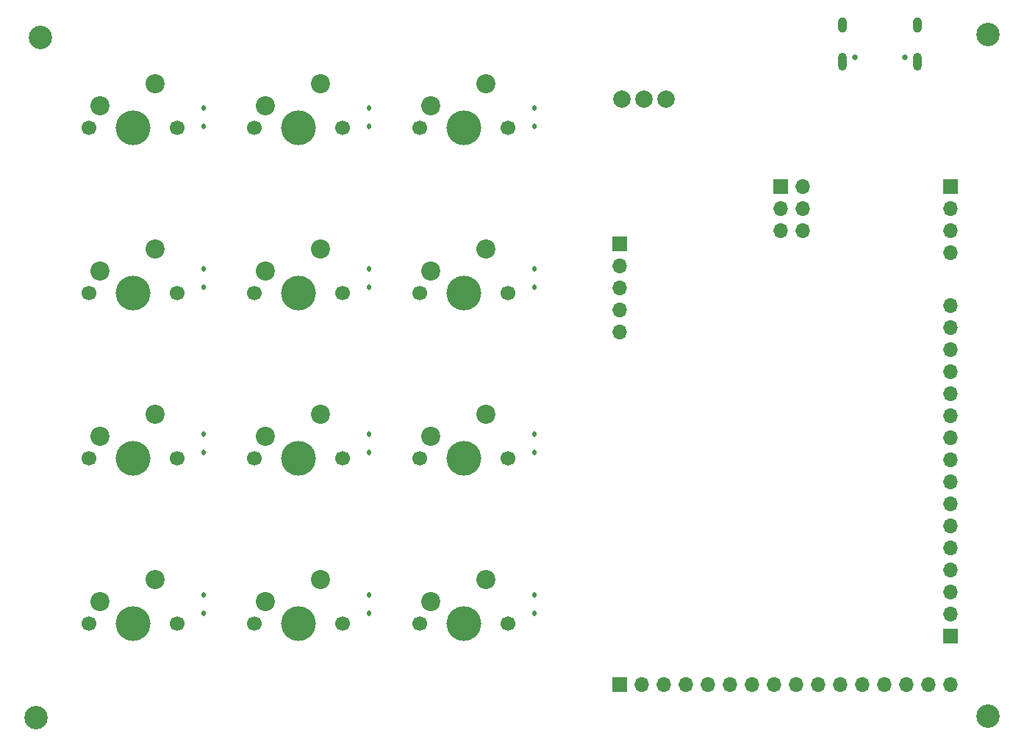
<source format=gbr>
%TF.GenerationSoftware,KiCad,Pcbnew,7.0.6-7.0.6~ubuntu20.04.1*%
%TF.CreationDate,2023-09-11T17:25:35+08:00*%
%TF.ProjectId,pro72,70726f37-322e-46b6-9963-61645f706362,rev?*%
%TF.SameCoordinates,Original*%
%TF.FileFunction,Soldermask,Bot*%
%TF.FilePolarity,Negative*%
%FSLAX46Y46*%
G04 Gerber Fmt 4.6, Leading zero omitted, Abs format (unit mm)*
G04 Created by KiCad (PCBNEW 7.0.6-7.0.6~ubuntu20.04.1) date 2023-09-11 17:25:35*
%MOMM*%
%LPD*%
G01*
G04 APERTURE LIST*
G04 Aperture macros list*
%AMRoundRect*
0 Rectangle with rounded corners*
0 $1 Rounding radius*
0 $2 $3 $4 $5 $6 $7 $8 $9 X,Y pos of 4 corners*
0 Add a 4 corners polygon primitive as box body*
4,1,4,$2,$3,$4,$5,$6,$7,$8,$9,$2,$3,0*
0 Add four circle primitives for the rounded corners*
1,1,$1+$1,$2,$3*
1,1,$1+$1,$4,$5*
1,1,$1+$1,$6,$7*
1,1,$1+$1,$8,$9*
0 Add four rect primitives between the rounded corners*
20,1,$1+$1,$2,$3,$4,$5,0*
20,1,$1+$1,$4,$5,$6,$7,0*
20,1,$1+$1,$6,$7,$8,$9,0*
20,1,$1+$1,$8,$9,$2,$3,0*%
G04 Aperture macros list end*
%ADD10C,1.700000*%
%ADD11C,4.000000*%
%ADD12C,2.200000*%
%ADD13R,1.700000X1.700000*%
%ADD14O,1.700000X1.700000*%
%ADD15C,2.700000*%
%ADD16C,2.000000*%
%ADD17C,0.650000*%
%ADD18O,1.000000X2.100000*%
%ADD19O,1.000000X1.800000*%
%ADD20RoundRect,0.112500X0.112500X-0.187500X0.112500X0.187500X-0.112500X0.187500X-0.112500X-0.187500X0*%
G04 APERTURE END LIST*
D10*
%TO.C,SWK12*%
X159385000Y-107315000D03*
D11*
X164465000Y-107315000D03*
D10*
X169545000Y-107315000D03*
D12*
X167005000Y-102235000D03*
X160655000Y-104775000D03*
%TD*%
D10*
%TO.C,SWK8*%
X140335000Y-88265000D03*
D11*
X145415000Y-88265000D03*
D10*
X150495000Y-88265000D03*
D12*
X147955000Y-83185000D03*
X141605000Y-85725000D03*
%TD*%
D10*
%TO.C,SWKK10*%
X121285000Y-107315000D03*
D11*
X126365000Y-107315000D03*
D10*
X131445000Y-107315000D03*
D12*
X128905000Y-102235000D03*
X122555000Y-104775000D03*
%TD*%
D13*
%TO.C,J5*%
X220472000Y-108712000D03*
D14*
X220472000Y-106172000D03*
X220472000Y-103632000D03*
X220472000Y-101092000D03*
X220472000Y-98552000D03*
X220472000Y-96012000D03*
X220472000Y-93472000D03*
X220472000Y-90932000D03*
X220472000Y-88392000D03*
X220472000Y-85852000D03*
X220472000Y-83312000D03*
X220472000Y-80772000D03*
X220472000Y-78232000D03*
X220472000Y-75692000D03*
X220472000Y-73152000D03*
X220472000Y-70612000D03*
%TD*%
D15*
%TO.C,H4*%
X115189000Y-118110000D03*
%TD*%
D10*
%TO.C,SWK2*%
X140335000Y-50165000D03*
D11*
X145415000Y-50165000D03*
D10*
X150495000Y-50165000D03*
D12*
X147955000Y-45085000D03*
X141605000Y-47625000D03*
%TD*%
D16*
%TO.C,SW1*%
X182700000Y-46800000D03*
X185200000Y-46800000D03*
X187700000Y-46800000D03*
%TD*%
D13*
%TO.C,J1*%
X200914000Y-56904000D03*
D14*
X203454000Y-56904000D03*
X200914000Y-59444000D03*
X203454000Y-59444000D03*
X200914000Y-61984000D03*
X203454000Y-61984000D03*
%TD*%
D15*
%TO.C,H3*%
X224790000Y-117983000D03*
%TD*%
D10*
%TO.C,SWK6*%
X159385000Y-69215000D03*
D11*
X164465000Y-69215000D03*
D10*
X169545000Y-69215000D03*
D12*
X167005000Y-64135000D03*
X160655000Y-66675000D03*
%TD*%
D10*
%TO.C,SWK5*%
X140335000Y-69215000D03*
D11*
X145415000Y-69215000D03*
D10*
X150495000Y-69215000D03*
D12*
X147955000Y-64135000D03*
X141605000Y-66675000D03*
%TD*%
D10*
%TO.C,SWK3*%
X159385000Y-50165000D03*
D11*
X164465000Y-50165000D03*
D10*
X169545000Y-50165000D03*
D12*
X167005000Y-45085000D03*
X160655000Y-47625000D03*
%TD*%
D17*
%TO.C,J2*%
X215260000Y-41980000D03*
X209480000Y-41980000D03*
D18*
X216690000Y-42500000D03*
D19*
X216690000Y-38300000D03*
D18*
X208050000Y-42500000D03*
D19*
X208050000Y-38300000D03*
%TD*%
D10*
%TO.C,SWK11*%
X140335000Y-107315000D03*
D11*
X145415000Y-107315000D03*
D10*
X150495000Y-107315000D03*
D12*
X147955000Y-102235000D03*
X141605000Y-104775000D03*
%TD*%
D10*
%TO.C,SWK7*%
X121285000Y-88265000D03*
D11*
X126365000Y-88265000D03*
D10*
X131445000Y-88265000D03*
D12*
X128905000Y-83185000D03*
X122555000Y-85725000D03*
%TD*%
D10*
%TO.C,SWK1*%
X121285000Y-50165000D03*
D11*
X126365000Y-50165000D03*
D10*
X131445000Y-50165000D03*
D12*
X128905000Y-45085000D03*
X122555000Y-47625000D03*
%TD*%
D13*
%TO.C,J3*%
X220472000Y-56896000D03*
D14*
X220472000Y-59436000D03*
X220472000Y-61976000D03*
X220472000Y-64516000D03*
%TD*%
D10*
%TO.C,SWK9*%
X159385000Y-88265000D03*
D11*
X164465000Y-88265000D03*
D10*
X169545000Y-88265000D03*
D12*
X167005000Y-83185000D03*
X160655000Y-85725000D03*
%TD*%
D15*
%TO.C,H1*%
X115697000Y-39751000D03*
%TD*%
%TO.C,H2*%
X224790000Y-39370000D03*
%TD*%
D13*
%TO.C,J4*%
X182372000Y-114300000D03*
D14*
X184912000Y-114300000D03*
X187452000Y-114300000D03*
X189992000Y-114300000D03*
X192532000Y-114300000D03*
X195072000Y-114300000D03*
X197612000Y-114300000D03*
X200152000Y-114300000D03*
X202692000Y-114300000D03*
X205232000Y-114300000D03*
X207772000Y-114300000D03*
X210312000Y-114300000D03*
X212852000Y-114300000D03*
X215392000Y-114300000D03*
X217932000Y-114300000D03*
X220472000Y-114300000D03*
%TD*%
D13*
%TO.C,J6*%
X182372000Y-63500000D03*
D14*
X182372000Y-66040000D03*
X182372000Y-68580000D03*
X182372000Y-71120000D03*
X182372000Y-73660000D03*
%TD*%
D10*
%TO.C,SWK4*%
X121285000Y-69215000D03*
D11*
X126365000Y-69215000D03*
D10*
X131445000Y-69215000D03*
D12*
X128905000Y-64135000D03*
X122555000Y-66675000D03*
%TD*%
D20*
%TO.C,D1*%
X134493000Y-49945000D03*
X134493000Y-47845000D03*
%TD*%
%TO.C,D8*%
X153543000Y-87537000D03*
X153543000Y-85437000D03*
%TD*%
%TO.C,D4*%
X134493000Y-68487000D03*
X134493000Y-66387000D03*
%TD*%
%TO.C,D12*%
X172593000Y-106079000D03*
X172593000Y-103979000D03*
%TD*%
%TO.C,D5*%
X153543000Y-68487000D03*
X153543000Y-66387000D03*
%TD*%
%TO.C,D11*%
X153543000Y-106079000D03*
X153543000Y-103979000D03*
%TD*%
%TO.C,D6*%
X172593000Y-68487000D03*
X172593000Y-66387000D03*
%TD*%
%TO.C,D7*%
X134493000Y-87537000D03*
X134493000Y-85437000D03*
%TD*%
%TO.C,D9*%
X172593000Y-87537000D03*
X172593000Y-85437000D03*
%TD*%
%TO.C,D3*%
X172593000Y-49945000D03*
X172593000Y-47845000D03*
%TD*%
%TO.C,D2*%
X153543000Y-49945000D03*
X153543000Y-47845000D03*
%TD*%
%TO.C,D10*%
X134493000Y-106079000D03*
X134493000Y-103979000D03*
%TD*%
M02*

</source>
